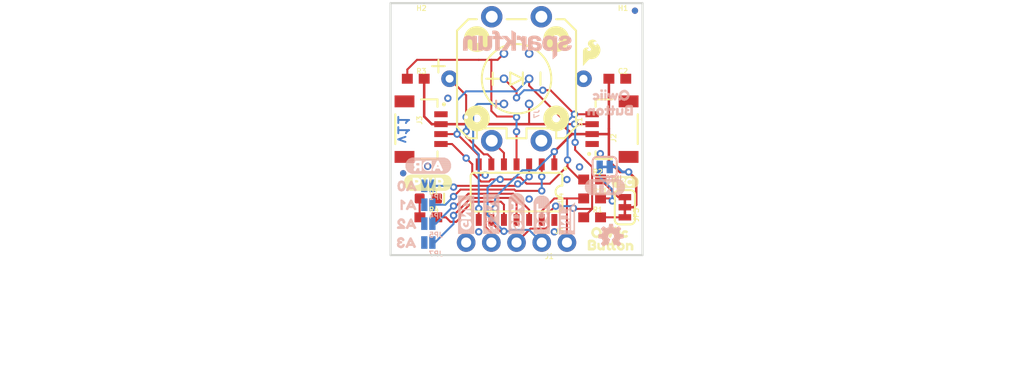
<source format=kicad_pcb>
(kicad_pcb (version 20211014) (generator pcbnew)
  (layers (0 "F.Cu" signal) (31 "B.Cu" signal) (34 "B.Paste" user) (35 "F.Paste" user) (36 "B.SilkS" user "B.Silkscreen") (37 "F.SilkS" user "F.Silkscreen") (38 "B.Mask" user) (39 "F.Mask" user) (44 "Edge.Cuts" user))
  (net 0 "")
  (net 1 "GND")
  (net 2 "SDA")
  (net 3 "SCL")
  (net 4 "3.3V")
  (net 5 "~{INT}")
  (net 6 "SCL_PU1")
  (net 7 "SDA_PU1")
  (net 8 "ADR0")
  (net 9 "~{RST}")
  (net 10 "N$3")
  (net 11 "MISO")
  (net 12 "STAT")
  (net 13 "INT_R")
  (net 14 "LED")
  (net 15 "SWITCH")
  (net 16 "ADR1")
  (net 17 "ADR2")
  (net 18 "ADR3")
  (footprint "boardEagle:STAND-OFF" (layer "F.Cu") (at 138.3411 94.8436)
    (fp_text reference "H2" (at 0 -2.032) (layer "F.SilkS") (effects (font (size 0.512064 0.512064) (thickness 0.097536)) (justify left)))
    (fp_text value "STAND-OFF")
    (pad "" np_thru_hole circle (at 0 0) (size 3.302 3.302) (drill 3.302) (layers *.Cu *.Mask))
  )
  (footprint "boardEagle:LED-0603" (layer "F.Cu") (at 139.6111 111.9886)
    (fp_text reference "D1" (at 0 -0.635) (layer "F.SilkS") (effects (font (size 0.512064 0.512064) (thickness 0.097536)) (justify left)))
    (fp_text value "RED")
    (pad "A" smd roundrect (at -0.877 0 270) (size 1 1) (layers "F.Cu" "F.Paste" "F.Mask") (roundrect_rratio 0.15) (net 10 "N$3"))
    (pad "C" smd roundrect (at 0.877 0 270) (size 1 1) (layers "F.Cu" "F.Paste" "F.Mask") (roundrect_rratio 0.15) (net 1 "GND"))
  )
  (footprint "boardEagle:STAND-OFF" (layer "F.Cu") (at 158.6611 94.8436)
    (fp_text reference "H1" (at 0 -2.032) (layer "F.SilkS") (effects (font (size 0.512064 0.512064) (thickness 0.097536)) (justify left)))
    (fp_text value "STAND-OFF")
    (pad "" np_thru_hole circle (at 0 0) (size 3.302 3.302) (drill 3.302) (layers *.Cu *.Mask))
  )
  (footprint "boardEagle:JST04_1MM_RA" (layer "F.Cu") (at 156.1211 105.0036 90)
    (fp_text reference "J2" (at -1.397 2.159 90) (layer "F.SilkS") (effects (font (size 0.512064 0.512064) (thickness 0.097536)) (justify left)))
    (fp_text value "QWIIC_RIGHT_ANGLE")
    (pad "1" smd rect (at -1.5 0 90) (size 0.6 1.35) (layers "F.Cu" "F.Paste" "F.Mask") (net 1 "GND"))
    (pad "2" smd rect (at -0.5 0 90) (size 0.6 1.35) (layers "F.Cu" "F.Paste" "F.Mask") (net 4 "3.3V"))
    (pad "3" smd rect (at 0.5 0 90) (size 0.6 1.35) (layers "F.Cu" "F.Paste" "F.Mask") (net 2 "SDA"))
    (pad "4" smd rect (at 1.5 0 90) (size 0.6 1.35) (layers "F.Cu" "F.Paste" "F.Mask") (net 3 "SCL"))
    (pad "NC1" smd rect (at 2.8 3.675 90) (size 1.2 2) (layers "F.Cu" "F.Paste" "F.Mask"))
    (pad "NC2" smd rect (at -2.8 3.675 90) (size 1.2 2) (layers "F.Cu" "F.Paste" "F.Mask"))
  )
  (footprint "boardEagle:0603" (layer "F.Cu") (at 139.6111 113.8936)
    (fp_text reference "R4" (at 0 -0.762) (layer "F.SilkS") (effects (font (size 0.512064 0.512064) (thickness 0.097536)) (justify left)))
    (fp_text value "1k")
    (pad "1" smd rect (at -0.85 0) (size 1.1 1) (layers "F.Cu" "F.Paste" "F.Mask") (net 10 "N$3"))
    (pad "2" smd rect (at 0.85 0) (size 1.1 1) (layers "F.Cu" "F.Paste" "F.Mask") (net 12 "STAT"))
  )
  (footprint "boardEagle:JST04_1MM_RA" (layer "F.Cu") (at 140.8811 105.0036 -90)
    (fp_text reference "J3" (at -1.397 2.159 90) (layer "F.SilkS") (effects (font (size 0.512064 0.512064) (thickness 0.097536)) (justify right)))
    (fp_text value "QWIIC_RIGHT_ANGLE")
    (pad "1" smd rect (at -1.5 0 270) (size 0.6 1.35) (layers "F.Cu" "F.Paste" "F.Mask") (net 1 "GND"))
    (pad "2" smd rect (at -0.5 0 270) (size 0.6 1.35) (layers "F.Cu" "F.Paste" "F.Mask") (net 4 "3.3V"))
    (pad "3" smd rect (at 0.5 0 270) (size 0.6 1.35) (layers "F.Cu" "F.Paste" "F.Mask") (net 2 "SDA"))
    (pad "4" smd rect (at 1.5 0 270) (size 0.6 1.35) (layers "F.Cu" "F.Paste" "F.Mask") (net 3 "SCL"))
    (pad "NC1" smd rect (at 2.8 3.675 270) (size 1.2 2) (layers "F.Cu" "F.Paste" "F.Mask"))
    (pad "NC2" smd rect (at -2.8 3.675 270) (size 1.2 2) (layers "F.Cu" "F.Paste" "F.Mask"))
  )
  (footprint "boardEagle:SO14" (layer "F.Cu") (at 148.5011 111.3536 180)
    (fp_text reference "U4" (at -4.445 0 90) (layer "F.SilkS") (effects (font (size 0.512064 0.512064) (thickness 0.097536)) (justify right)))
    (fp_text value "ATTINY84-ARDUINO")
    (pad "1" smd rect (at -3.81 2.8 180) (size 0.6 1.2) (layers "F.Cu" "F.Paste" "F.Mask") (net 4 "3.3V"))
    (pad "2" smd rect (at -2.54 2.8 180) (size 0.6 1.2) (layers "F.Cu" "F.Paste" "F.Mask") (net 16 "ADR1"))
    (pad "3" smd rect (at -1.27 2.8 180) (size 0.6 1.2) (layers "F.Cu" "F.Paste" "F.Mask") (net 8 "ADR0"))
    (pad "4" smd rect (at 0 2.8 180) (size 0.6 1.2) (layers "F.Cu" "F.Paste" "F.Mask") (net 9 "~{RST}"))
    (pad "5" smd rect (at 1.27 2.8 180) (size 0.6 1.2) (layers "F.Cu" "F.Paste" "F.Mask") (net 15 "SWITCH"))
    (pad "6" smd rect (at 2.54 2.8 180) (size 0.6 1.2) (layers "F.Cu" "F.Paste" "F.Mask") (net 14 "LED"))
    (pad "7" smd rect (at 3.81 2.8 180) (size 0.6 1.2) (layers "F.Cu" "F.Paste" "F.Mask") (net 2 "SDA"))
    (pad "8" smd rect (at 3.81 -2.8 180) (size 0.6 1.2) (layers "F.Cu" "F.Paste" "F.Mask") (net 11 "MISO"))
    (pad "9" smd rect (at 2.54 -2.8 180) (size 0.6 1.2) (layers "F.Cu" "F.Paste" "F.Mask") (net 3 "SCL"))
    (pad "10" smd rect (at 1.27 -2.8 180) (size 0.6 1.2) (layers "F.Cu" "F.Paste" "F.Mask") (net 12 "STAT"))
    (pad "11" smd rect (at 0 -2.8 180) (size 0.6 1.2) (layers "F.Cu" "F.Paste" "F.Mask") (net 18 "ADR3"))
    (pad "12" smd rect (at -1.27 -2.8 180) (size 0.6 1.2) (layers "F.Cu" "F.Paste" "F.Mask") (net 17 "ADR2"))
    (pad "13" smd rect (at -2.54 -2.8 180) (size 0.6 1.2) (layers "F.Cu" "F.Paste" "F.Mask") (net 5 "~{INT}"))
    (pad "14" smd rect (at -3.81 -2.8 180) (size 0.6 1.2) (layers "F.Cu" "F.Paste" "F.Mask") (net 1 "GND"))
  )
  (footprint "boardEagle:CREATIVE_COMMONS" (layer "F.Cu") (at 116.7511 126.5936)
    (fp_text reference "FRAME1" hide)
    (fp_text value "FRAME-LETTER" hide)
  )
  (footprint "boardEagle:0603" (layer "F.Cu") (at 156.1211 113.8936)
    (fp_text reference "R1" (at 0 -0.762) (layer "F.SilkS") (effects (font (size 0.512064 0.512064) (thickness 0.097536)) (justify left)))
    (fp_text value "2.2k")
    (pad "1" smd rect (at -0.85 0) (size 1.1 1) (layers "F.Cu" "F.Paste" "F.Mask") (net 2 "SDA"))
    (pad "2" smd rect (at 0.85 0) (size 1.1 1) (layers "F.Cu" "F.Paste" "F.Mask") (net 7 "SDA_PU1"))
  )
  (footprint "boardEagle:0603" (layer "F.Cu") (at 138.3411 99.9236)
    (fp_text reference "R3" (at 0 -0.762) (layer "F.SilkS") (effects (font (size 0.512064 0.512064) (thickness 0.097536)) (justify left)))
    (fp_text value "10k")
    (pad "1" smd rect (at -0.85 0) (size 1.1 1) (layers "F.Cu" "F.Paste" "F.Mask") (net 9 "~{RST}"))
    (pad "2" smd rect (at 0.85 0) (size 1.1 1) (layers "F.Cu" "F.Paste" "F.Mask") (net 4 "3.3V"))
  )
  (footprint "boardEagle:1X04_NO_SILK" (layer "F.Cu") (at 151.0411 116.4336 180)
    (fp_text reference "J1" (at -1.27 -1.397) (layer "F.SilkS") (effects (font (size 0.512064 0.512064) (thickness 0.097536)) (justify right)))
    (fp_text value "")
    (pad "1" thru_hole circle (at 0 0 270) (size 1.8796 1.8796) (drill 1.016) (layers *.Cu *.Mask) (net 3 "SCL"))
    (pad "2" thru_hole circle (at 2.54 0 270) (size 1.8796 1.8796) (drill 1.016) (layers *.Cu *.Mask) (net 2 "SDA"))
    (pad "3" thru_hole circle (at 5.08 0 270) (size 1.8796 1.8796) (drill 1.016) (layers *.Cu *.Mask) (net 4 "3.3V"))
    (pad "4" thru_hole circle (at 7.62 0 270) (size 1.8796 1.8796) (drill 1.016) (layers *.Cu *.Mask) (net 1 "GND"))
  )
  (footprint "boardEagle:SFE_LOGO_FLAME_.1" (layer "F.Cu") (at 156.0576 97.2566)
    (fp_text reference "LOGO4" hide)
    (fp_text value "SFE_LOGO_FLAME.1_INCH" hide)
  )
  (footprint "boardEagle:0603" (layer "F.Cu") (at 156.1211 110.0836)
    (fp_text reference "R2" (at 0 -0.762) (layer "F.SilkS") (effects (font (size 0.512064 0.512064) (thickness 0.097536)) (justify left)))
    (fp_text value "2.2k")
    (pad "1" smd rect (at -0.85 0) (size 1.1 1) (layers "F.Cu" "F.Paste" "F.Mask") (net 3 "SCL"))
    (pad "2" smd rect (at 0.85 0) (size 1.1 1) (layers "F.Cu" "F.Paste" "F.Mask") (net 6 "SCL_PU1"))
  )
  (footprint "boardEagle:QWIIC0" (layer "F.Cu") (at 155.1051 115.4176)
    (fp_text reference "U$23" hide)
    (fp_text value "" hide)
  )
  (footprint "boardEagle:BUTTON1" (layer "F.Cu") (at 154.7241 116.6876)
    (fp_text reference "U$1" hide)
    (fp_text value "" hide)
  )
  (footprint "boardEagle:PWR-()-04" (layer "F.Cu") (at 137.0711 110.4011)
    (fp_text reference "U$3" hide)
    (fp_text value "" hide)
  )
  (footprint "boardEagle:1X01_NO_SILK" (layer "F.Cu") (at 153.5811 116.4336)
    (fp_text reference "J5" (at -1.27 -1.143) (layer "F.SilkS") (effects (font (size 0.512064 0.512064) (thickness 0.097536)) (justify left)))
    (fp_text value "")
    (pad "1" thru_hole circle (at 0 0 90) (size 1.8796 1.8796) (drill 1.016) (layers *.Cu *.Mask) (net 5 "~{INT}"))
  )
  (footprint "boardEagle:MICRO-FIDUCIAL" (layer "F.Cu") (at 160.4391 93.0656)
    (fp_text reference "JP9" hide)
    (fp_text value "FIDUCIALUFIDUCIAL" hide)
    (pad "1" smd roundrect (at 0 0) (size 0.635 0.635) (layers "F.Cu" "F.Mask") (roundrect_rratio 0.5))
  )
  (footprint "boardEagle:MICRO-FIDUCIAL" (layer "F.Cu") (at 137.0711 109.4486)
    (fp_text reference "JP8" hide)
    (fp_text value "FIDUCIALUFIDUCIAL" hide)
    (pad "1" smd roundrect (at 0 0) (size 0.635 0.635) (layers "F.Cu" "F.Mask") (roundrect_rratio 0.5))
  )
  (footprint "boardEagle:I_SUPER2_C-()-03" (layer "F.Cu") (at 158.0261 110.3376)
    (fp_text reference "U$10" hide)
    (fp_text value "" hide)
  )
  (footprint "boardEagle:0603" (layer "F.Cu") (at 158.6611 99.9236)
    (fp_text reference "C2" (at 0 -0.762) (layer "F.SilkS") (effects (font (size 0.512064 0.512064) (thickness 0.097536)) (justify left)))
    (fp_text value "0.1uF")
    (pad "1" smd rect (at -0.85 0) (size 1.1 1) (layers "F.Cu" "F.Paste" "F.Mask") (net 4 "3.3V"))
    (pad "2" smd rect (at 0.85 0) (size 1.1 1) (layers "F.Cu" "F.Paste" "F.Mask") (net 1 "GND"))
  )
  (footprint "boardEagle:TACTILE_SWITCH_LED_PTH_12MM" (layer "F.Cu") (at 148.5011 99.9236 -90)
    (fp_text reference "S1" (at 3.81 -6.35 90) (layer "F.SilkS") (effects (font (size 0.512064 0.512064) (thickness 0.097536)) (justify right)))
    (fp_text value "Button")
    (pad "" np_thru_hole circle (at 0 -4.5 270) (size 1.6 1.6) (drill 1.6) (layers *.Cu *.Mask))
    (pad "" np_thru_hole circle (at 0 4.5 270) (size 1.6 1.6) (drill 1.6) (layers *.Cu *.Mask))
    (pad "1" thru_hole circle (at -6.25 -2.5 270) (size 2.159 2.159) (drill 1.2) (layers *.Cu *.Mask))
    (pad "2" thru_hole circle (at 6.25 -2.5 270) (size 2.159 2.159) (drill 1.2) (layers *.Cu *.Mask) (net 1 "GND"))
    (pad "3" thru_hole circle (at -6.25 2.5 270) (size 2.159 2.159) (drill 1.2) (layers *.Cu *.Mask))
    (pad "4" thru_hole circle (at 6.25 2.5 270) (size 2.159 2.159) (drill 1.2) (layers *.Cu *.Mask) (net 15 "SWITCH"))
    (pad "A" thru_hole circle (at 0 6.75 270) (size 1.6764 1.6764) (drill 0.8) (layers *.Cu *.Mask) (net 14 "LED"))
    (pad "C" thru_hole circle (at 0 -6.75 270) (size 1.6764 1.6764) (drill 0.8) (layers *.Cu *.Mask) (net 1 "GND"))
  )
  (footprint "boardEagle:0603" (layer "F.Cu") (at 156.1211 111.9886)
    (fp_text reference "R11" (at 0 -0.762) (layer "F.SilkS") (effects (font (size 0.512064 0.512064) (thickness 0.097536)) (justify left)))
    (fp_text value "10k")
    (pad "1" smd rect (at -0.85 0) (size 1.1 1) (layers "F.Cu" "F.Paste" "F.Mask") (net 5 "~{INT}"))
    (pad "2" smd rect (at 0.85 0) (size 1.1 1) (layers "F.Cu" "F.Paste" "F.Mask") (net 13 "INT_R"))
  )
  (footprint "boardEagle:REVISION" (layer "F.Cu") (at 128.1811 129.1336)
    (fp_text reference "LOGO2" hide)
    (fp_text value "REVISION" hide)
  )
  (footprint "boardEagle:SMT-JUMPER_3_2-NC_TRACE_SILK" (layer "F.Cu") (at 159.4231 112.8776 -90)
    (fp_text reference "JP3" (at 0 -1.143 90) (layer "F.SilkS") (effects (font (size 0.512064 0.512064) (thickness 0.097536)) (justify right)))
    (fp_text value "JUMPER-SMT_3_2-NC_TRACE_SILK")
    (fp_line (start 0 0) (end -1.016 0) (layer "F.Cu") (width 0.254))
    (fp_line (start 0 0) (end 1.016 0) (layer "F.Cu") (width 0.254))
    (pad "1" smd rect (at -1.016 0 270) (size 0.635 1.27) (layers "F.Cu" "F.Mask") (net 6 "SCL_PU1"))
    (pad "2" smd rect (at 0 0 270) (size 0.635 1.27) (layers "F.Cu" "F.Mask") (net 4 "3.3V"))
    (pad "3" smd rect (at 1.016 0 270) (size 0.635 1.27) (layers "F.Cu" "F.Mask") (net 7 "SDA_PU1"))
  )
  (footprint "boardEagle:A33" (layer "B.Cu") (at 139.2936 116.4336 180)
    (fp_text reference "U$21" hide)
    (fp_text value "" hide)
  )
  (footprint "boardEagle:SMT-JUMPER_2_NO_NO-SILK" (layer "B.Cu") (at 139.6111 114.5286)
    (fp_text reference "JP5" (at 0 1.143) (layer "B.SilkS") (effects (font (size 0.512064 0.512064) (thickness 0.097536)) (justify right mirror)))
    (fp_text value "JUMPER-SMT_2_NO_NO-SILK")
    (pad "1" smd rect (at -0.4064 0) (size 0.635 1.27) (layers "B.Cu" "B.Mask") (net 1 "GND"))
    (pad "2" smd rect (at 0.4064 0) (size 0.635 1.27) (layers "B.Cu" "B.Mask") (net 17 "ADR2"))
  )
  (footprint "boardEagle:A00" (layer "B.Cu") (at 139.3571 110.7186 180)
    (fp_text reference "U$16" hide)
    (fp_text value "" hide)
  )
  (footprint "boardEagle:SMT-JUMPER_2_NO_NO-SILK" (layer "B.Cu") (at 139.6111 116.4336)
    (fp_text reference "JP7" (at 0 1.143) (layer "B.SilkS") (effects (font (size 0.512064 0.512064) (thickness 0.097536)) (justify right mirror)))
    (fp_text value "JUMPER-SMT_2_NO_NO-SILK")
    (pad "1" smd rect (at -0.4064 0) (size 0.635 1.27) (layers "B.Cu" "B.Mask") (net 1 "GND"))
    (pad "2" smd rect (at 0.4064 0) (size 0.635 1.27) (layers "B.Cu" "B.Mask") (net 18 "ADR3"))
  )
  (footprint "boardEagle:GND" (layer "B.Cu") (at 143.4211 116.0526 90)
    (fp_text reference "U$8" hide)
    (fp_text value "" hide)
  )
  (footprint "boardEagle:(ADR)" (layer "B.Cu") (at 142.0241 108.6866 180)
    (fp_text reference "U$9" hide)
    (fp_text value "" hide)
  )
  (footprint "boardEagle:2X3_TEST_POINTS" (layer "B.Cu") (at 148.5011 99.9236 90)
    (fp_text reference "J7" (at -3.048 2.032 90) (layer "B.SilkS") (effects (font (size 0.512064 0.512064) (thickness 0.097536)) (justify left mirror)))
    (fp_text value "ISP")
    (pad "1" thru_hole circle (at -2.54 -1.27 90) (size 0.8636 0.8636) (drill 0.508) (layers *.Cu) (net 11 "MISO"))
    (pad "2" thru_hole circle (at -2.54 1.27 90) (size 0.8636 0.8636) (drill 0.508) (layers *.Cu) (net 4 "3.3V"))
    (pad "3" thru_hole circle (at 0 -1.27 90) (size 0.8636 0.8636) (drill 0.508) (layers *.Cu) (net 3 "SCL"))
    (pad "4" thru_hole circle (at 0 1.27 90) (size 0.8636 0.8636) (drill 0.508) (layers *.Cu) (net 2 "SDA"))
    (pad "5" thru_hole circle (at 2.54 -1.27 90) (size 0.8636 0.8636) (drill 0.508) (layers *.Cu) (net 9 "~{RST}"))
    (pad "6" thru_hole circle (at 2.54 1.27 90) (size 0.8636 0.8636) (drill 0.508) (layers *.Cu) (net 1 "GND"))
  )
  (footprint "boardEagle:SDA" (layer "B.Cu") (at 148.5011 116.0526 90)
    (fp_text reference "U$6" hide)
    (fp_text value "" hide)
  )
  (footprint "boardEagle:SMT-JUMPER_2_NO_NO-SILK" (layer "B.Cu") (at 139.6111 110.7186)
    (fp_text reference "JP1" (at 0 1.143) (layer "B.SilkS") (effects (font (size 0.512064 0.512064) (thickness 0.097536)) (justify right mirror)))
    (fp_text value "JUMPER-SMT_2_NO_NO-SILK")
    (pad "1" smd rect (at -0.4064 0) (size 0.635 1.27) (layers "B.Cu" "B.Mask") (net 1 "GND"))
    (pad "2" smd rect (at 0.4064 0) (size 0.635 1.27) (layers "B.Cu" "B.Mask") (net 8 "ADR0"))
  )
  (footprint "boardEagle:SMT-JUMPER_2_NC_TRACE_SILK" (layer "B.Cu") (at 157.3911 108.8136)
    (fp_text reference "INT0" (at 0 1.143) (layer "B.SilkS") (effects (font (size 0.512064 0.512064) (thickness 0.097536)) (justify right mirror)))
    (fp_text value "JUMPER-SMT_2_NC_TRACE_SILK")
    (fp_line (start -0.508 0) (end 0.508 0) (layer "B.Cu") (width 0.254))
    (pad "1" smd rect (at -0.508 0) (size 0.635 1.27) (layers "B.Cu" "B.Mask") (net 13 "INT_R"))
    (pad "2" smd rect (at 0.508 0) (size 0.635 1.27) (layers "B.Cu" "B.Mask") (net 4 "3.3V"))
  )
  (footprint "boardEagle:MICRO-FIDUCIAL" (layer "B.Cu") (at 160.4391 93.0656 180)
    (fp_text reference "JP2" hide)
    (fp_text value "FIDUCIALUFIDUCIAL" hide)
    (pad "1" smd roundrect (at 0 0 180) (size 0.635 0.635) (layers "B.Cu" "B.Mask") (roundrect_rratio 0.5))
  )
  (footprint "boardEagle:BUTTON1" (layer "B.Cu") (at 161.2011 103.0986 180)
    (fp_text reference "U$2" hide)
    (fp_text value "" hide)
  )
  (footprint "boardEagle:A22" (layer "B.Cu") (at 139.4841 114.5286 180)
    (fp_text reference "U$19" hide)
    (fp_text value "" hide)
  )
  (footprint "boardEagle:MICRO-FIDUCIAL" (layer "B.Cu") (at 137.0711 109.4486 180)
    (fp_text reference "JP6" hide)
    (fp_text value "FIDUCIALUFIDUCIAL" hide)
    (pad "1" smd roundrect (at 0 0 180) (size 0.635 0.635) (layers "B.Cu" "B.Mask") (roundrect_rratio 0.5))
  )
  (footprint "boardEagle:SMT-JUMPER_2_NO_NO-SILK" (layer "B.Cu") (at 139.6111 112.6236)
    (fp_text reference "JP4" (at 0 1.143) (layer "B.SilkS") (effects (font (size 0.512064 0.512064) (thickness 0.097536)) (justify right mirror)))
    (fp_text value "JUMPER-SMT_2_NO_NO-SILK")
    (pad "1" smd rect (at -0.4064 0) (size 0.635 1.27) (layers "B.Cu" "B.Mask") (net 1 "GND"))
    (pad "2" smd rect (at 0.4064 0) (size 0.635 1.27) (layers "B.Cu" "B.Mask") (net 16 "ADR1"))
  )
  (footprint "boardEagle:QWIIC0" (layer "B.Cu") (at 160.8201 101.5746 180)
    (fp_text reference "U$20" hide)
    (fp_text value "" hide)
  )
  (footprint "boardEagle:SCL" (layer "B.Cu") (at 151.0411 116.0526 90)
    (fp_text reference "U$5" hide)
    (fp_text value "" hide)
  )
  (footprint "boardEagle:OSHW-LOGO-MINI" (layer "B.Cu") (at 158.0261 115.7986 180)
    (fp_text reference "LOGO1" hide)
    (fp_text value "OSHW-LOGOMINI" hide)
  )
  (footprint "boardEagle:INT#-[_-04" (layer "B.Cu") (at 153.5811 116.3066 90)
    (fp_text reference "U$15" hide)
    (fp_text value "" hide)
  )
  (footprint "boardEagle:INT-()-04" (layer "B.Cu") (at 159.5501 110.8456 180)
    (fp_text reference "U$4" hide)
    (fp_text value "" hide)
  )
  (footprint "boardEagle:3.3V" (layer "B.Cu") (at 145.9611 116.0526 90)
    (fp_text reference "U$7" hide)
    (fp_text value "" hide)
  )
  (footprint "boardEagle:A11" (layer "B.Cu") (at 139.4841 112.6236 180)
    (fp_text reference "U$17" hide)
    (fp_text value "" hide)
  )
  (footprint "boardEagle:SFE_LOGO_NAME_.1" (layer "B.Cu") (at 148.5646 96.4946 180)
    (fp_text reference "LOGO3" hide)
    (fp_text value "SFE_LOGO_NAME.1_INCH" hide)
  )
  (gr_line (start 135.8011 92.3036) (end 135.8011 117.7036) (layer "Edge.Cuts") (width 0.2032))
  (gr_line (start 161.2011 92.3036) (end 135.8011 92.3036) (layer "Edge.Cuts") (width 0.2032))
  (gr_line (start 135.8011 117.7036) (end 161.2011 117.7036) (layer "Edge.Cuts") (width 0.2032))
  (gr_line (start 161.2011 117.7036) (end 161.2011 92.3036) (layer "Edge.Cuts") (width 0.2032))
  (gr_text "v11" (at 137.0711 105.0036 -90) (layer "B.Cu") (effects (font (size 1.0795 1.0795) (thickness 0.1905)) (justify mirror)))
  (via (at 156.9466 107.4801) (size 0.7366) (drill 0.381) (layers "F.Cu" "B.Cu") (net 1))
  (via (at 154.8511 108.8136) (size 0.7366) (drill 0.381) (layers "F.Cu" "B.Cu") (net 1))
  (via (at 153.5811 110.0836) (size 0.7366) (drill 0.381) (layers "F.Cu" "B.Cu") (net 1))
  (via (at 152.3111 115.3541) (size 0.7366) (drill 0.381) (layers "F.Cu" "B.Cu") (net 1))
  (via (at 149.7711 112.0521) (size 0.7366) (drill 0.381) (layers "F.Cu" "B.Cu") (net 1))
  (via (at 144.6911 115.3541) (size 0.7366) (drill 0.381) (layers "F.Cu" "B.Cu") (net 1))
  (via (at 141.5796 101.8921) (size 0.7366) (drill 0.381) (layers "F.Cu" "B.Cu") (net 1))
  (via (at 139.5476 108.7501) (size 0.7366) (drill 0.381) (layers "F.Cu" "B.Cu") (net 1))
  (segment (start 142.5241 105.5036) (end 144.6911 107.6706) (width 0.2032) (layer "F.Cu") (net 2))
  (segment (start 154.3511 104.5036) (end 156.1211 104.5036) (width 0.2032) (layer "F.Cu") (net 2))
  (segment (start 154.2297 112.9712) (end 154.3021 113.0436) (width 0.2032) (layer "F.Cu") (net 2))
  (segment (start 140.8811 105.5036) (end 142.5067 105.5036) (width 0.2032) (layer "F.Cu") (net 2))
  (segment (start 151.7317 113.437869) (end 151.793534 113.376035) (width 0.2032) (layer "F.Cu") (net 2))
  (segment (start 148.5011 116.4336) (end 149.9017 115.033) (width 0.2032) (layer "F.Cu") (net 2))
  (segment (start 151.456831 115.033) (end 151.7317 114.758132) (width 0.2032) (layer "F.Cu") (net 2))
  (segment (start 149.9017 115.033) (end 151.456831 115.033) (width 0.2032) (layer "F.Cu") (net 2))
  (segment (start 151.7317 114.758132) (end 151.7317 113.437869) (width 0.2032) (layer "F.Cu") (net 2))
  (segment (start 145.3388 109.6391) (end 144.8181 109.6391) (width 0.2032) (layer "F.Cu") (net 2))
  (segment (start 154.3021 113.0436) (end 156.1211 113.0436) (width 0.2032) (layer "F.Cu") (net 2))
  (segment (start 156.1211 113.0436) (end 156.1211 108.8136) (width 0.2032) (layer "F.Cu") (net 2))
  (segment (start 144.6911 107.6706) (end 144.6911 108.5536) (width 0.2032) (layer "F.Cu") (net 2))
  (segment (start 149.7711 100.618863) (end 149.7711 99.9236) (width 0.2032) (layer "F.Cu") (net 2))
  (segment (start 144.8181 109.6391) (end 144.6911 109.5121) (width 0.2032) (layer "F.Cu") (net 2))
  (segment (start 144.6911 109.5121) (end 144.6911 108.5536) (width 0.2032) (layer "F.Cu") (net 2))
  (segment (start 152.405475 112.764094) (end 152.451593 112.764094) (width 0.2032) (layer "F.Cu") (net 2))
  (segment (start 156.1211 108.8136) (end 154.4066 107.0991) (width 0.2032) (layer "F.Cu") (net 2))
  (segment (start 155.2711 113.8936) (end 156.1211 113.0436) (width 0.2032) (layer "F.Cu") (net 2))
  (segment (start 154.4066 107.0991) (end 154.4066 106.3371) (width 0.2032) (layer "F.Cu") (net 2))
  (segment (start 142.5067 105.5036) (end 142.5241 105.5036) (width 0.2032) (layer "F.Cu") (net 2))
  (segment (start 151.793534 113.376035) (end 152.405475 112.764094) (width 0.2032) (layer "F.Cu") (net 2))
  (segment (start 154.3511 104.5036) (end 153.655837 104.5036) (width 0.2032) (layer "F.Cu") (net 2))
  (segment (start 153.655837 104.5036) (end 149.7711 100.618863) (width 0.2032) (layer "F.Cu") (net 2))
  (via (at 152.451593 112.764094) (size 0.7366) (drill 0.381) (layers "F.Cu" "B.Cu") (net 2))
  (via (at 154.2297 112.9712) (size 0.7366) (drill 0.381) (layers "F.Cu" "B.Cu") (net 2))
  (via (at 142.5067 105.5036) (size 0.7366) (drill 0.381) (layers "F.Cu" "B.Cu") (net 2))
  (via (at 154.3511 104.5036) (size 0.7366) (drill 0.381) (layers "F.Cu" "B.Cu") (net 2))
  (via (at 145.3388 109.6391) (size 0.7366) (drill 0.381) (layers "F.Cu" "B.Cu") (net 2))
  (via (at 154.4066 106.3371) (size 0.7366) (drill 0.381) (layers "F.Cu" "B.Cu") (net 2))
  (segment (start 142.5067 102.108) (end 142.5067 105.5036) (width 0.2032) (layer "B.Cu") (net 2))
  (segment (start 154.4066 104.5591) (end 154.3511 104.5036) (width 0.2032) (layer "B.Cu") (net 2))
  (segment (start 148.5011 101.1936) (end 149.7711 99.9236) (width 0.2032) (layer "B.Cu") (net 2))
  (segment (start 143.4211 101.1936) (end 148.5011 101.1936) (width 0.2032) (layer "B.Cu") (net 2))
  (segment (start 154.022593 112.764094) (end 154.2297 112.9712) (width 0.2032) (layer "B.Cu") (net 2))
  (segment (start 152.451593 112.764094) (end 154.022593 112.764094) (width 0.2032) (layer "B.Cu") (net 2))
  (segment (start 154.4066 106.3371) (end 154.4066 104.5591) (width 0.2032) (layer "B.Cu") (net 2))
  (segment (start 142.5067 102.108) (end 143.4211 101.1936) (width 0.2032) (layer "B.Cu") (net 2))
  (segment (start 154.3431 103.5036) (end 156.1211 103.5036) (width 0.2032) (layer "F.Cu") (net 3))
  (segment (start 148.5011 101.1936) (end 147.2311 99.9236) (width 0.2032) (layer "F.Cu") (net 3))
  (segment (start 144.926981 110.2868) (end 145.734087 110.2868) (width 0.2032) (layer "F.Cu") (net 3))
  (segment (start 148.296312 109.8804) (end 148.896387 109.8804) (width 0.2032) (layer "F.Cu") (net 3))
  (segment (start 153.6446 108.8381) (end 154.8901 110.0836) (width 0.2032) (layer "F.Cu") (net 3))
  (segment (start 148.105812 110.0709) (end 148.296312 109.8804) (width 0.2032) (layer "F.Cu") (net 3))
  (segment (start 153.5811 108.7746) (end 153.6446 108.8381) (width 0.2032) (layer "F.Cu") (net 3))
  (segment (start 146.8592 115.2997) (end 145.9611 114.4016) (width 0.2032) (layer "F.Cu") (net 3))
  (segment (start 151.853956 110.501744) (end 153.5811 108.7746) (width 0.2032) (layer "F.Cu") (net 3))
  (segment (start 146.8501 110.0709) (end 148.105812 110.0709) (width 0.2032) (layer "F.Cu") (net 3))
  (segment (start 147.2311 115.2997) (end 146.8592 115.2997) (width 0.2032) (layer "F.Cu") (net 3))
  (segment (start 140.8811 106.5036) (end 142.0001 106.5036) (width 0.2032) (layer "F.Cu") (net 3))
  (segment (start 153.6446 108.1151) (end 153.6446 108.8381) (width 0.2032) (layer "F.Cu") (net 3))
  (segment (start 154.8901 110.0836) (end 155.2711 110.0836) (width 0.2032) (layer "F.Cu") (net 3))
  (segment (start 142.0001 106.5036) (end 143.4211 107.9246) (width 0.2032) (layer "F.Cu") (net 3))
  (segment (start 151.922737 101.083238) (end 151.151462 101.083238) (width 0.2032) (layer "F.Cu") (net 3))
  (segment (start 144.70744 110.06726) (end 144.926981 110.2868) (width 0.2032) (layer "F.Cu") (net 3))
  (segment (start 144.0355 108.539) (end 144.0355 109.395319) (width 0.2032) (layer "F.Cu") (net 3))
  (segment (start 144.70744 110.06726) (end 144.0355 109.395319) (width 0.2032) (layer "F.Cu") (net 3))
  (segment (start 154.3431 103.5036) (end 151.922737 101.083238) (width 0.2032) (layer "F.Cu") (net 3))
  (segment (start 145.734087 110.2868) (end 145.949987 110.0709) (width 0.2032) (layer "F.Cu") (net 3))
  (segment (start 143.4211 107.9246) (end 144.0355 108.539) (width 0.2032) (layer "F.Cu") (net 3))
  (segment (start 149.517731 110.501744) (end 151.853956 110.501744) (width 0.2032) (layer "F.Cu") (net 3))
  (segment (start 144.926981 110.2868) (end 144.70744 110.06726) (width 0.2032) (layer "F.Cu") (net 3))
  (segment (start 145.9611 114.4016) (end 145.9611 114.1536) (width 0.254) (layer "F.Cu") (net 3))
  (segment (start 148.5011 101.8413) (end 148.5011 101.1936) (width 0.2032) (layer "F.Cu") (net 3))
  (segment (start 148.896387 109.8804) (end 149.517731 110.501744) (width 0.2032) (layer "F.Cu") (net 3))
  (segment (start 145.949987 110.0709) (end 146.8501 110.0709) (width 0.2032) (layer "F.Cu") (net 3))
  (via (at 154.3431 103.5036) (size 0.7366) (drill 0.381) (layers "F.Cu" "B.Cu") (net 3))
  (via (at 147.2311 115.2997) (size 0.7366) (drill 0.381) (layers "F.Cu" "B.Cu") (net 3))
  (via (at 146.8501 110.0709) (size 0.7366) (drill 0.381) (layers "F.Cu" "B.Cu") (net 3))
  (via (at 143.4211 107.9246) (size 0.7366) (drill 0.381) (layers "F.Cu" "B.Cu") (net 3))
  (via (at 151.151462 101.083238) (size 0.7366) (drill 0.381) (layers "F.Cu" "B.Cu") (net 3))
  (via (at 153.6446 108.1151) (size 0.7366) (drill 0.381) (layers "F.Cu" "B.Cu") (net 3))
  (via (at 148.5011 101.8413) (size 0.7366) (drill 0.381) (layers "F.Cu" "B.Cu") (net 3))
  (segment (start 149.259162 101.083238) (end 148.5011 101.8413) (width 0.2032) (layer "B.Cu") (net 3))
  (segment (start 146.4183 110.0709) (end 146.8501 110.0709) (width 0.2032) (layer "B.Cu") (net 3))
  (segment (start 145.5801 110.9091) (end 146.4183 110.0709) (width 0.2032) (layer "B.Cu") (net 3))
  (segment (start 147.720287 115.2997) (end 147.2311 115.2997) (width 0.2032) (layer "B.Cu") (net 3))
  (segment (start 153.6446 108.1151) (end 153.6446 104.2021) (width 0.2032) (layer "B.Cu") (net 3))
  (segment (start 145.5801 113.6487) (end 145.5801 110.9091) (width 0.2032) (layer "B.Cu") (net 3))
  (segment (start 147.2311 115.2997) (end 145.5801 113.6487) (width 0.2032) (layer "B.Cu") (net 3))
  (segment (start 151.151462 101.083238) (end 149.259162 101.083238) (width 0.2032) (layer "B.Cu") (net 3))
  (segment (start 147.856387 115.1636) (end 147.720287 115.2997) (width 0.2032) (layer "B.Cu") (net 3))
  (segment (start 151.0411 116.4336) (end 149.7711 115.1636) (width 0.2032) (layer "B.Cu") (net 3))
  (segment (start 153.6446 104.2021) (end 154.3431 103.5036) (width 0.2032) (layer "B.Cu") (net 3))
  (segment (start 149.7711 115.1636) (end 147.856387 115.1636) (width 0.2032) (layer "B.Cu") (net 3))
  (segment (start 157.8111 108.2176) (end 157.8111 105.5116) (width 0.254) (layer "F.Cu") (net 4))
  (segment (start 139.9611 104.5036) (end 140.8811 104.5036) (width 0.254) (layer "F.Cu") (net 4))
  (segment (start 139.1911 99.9236) (end 139.1911 103.7336) (width 0.254) (layer "F.Cu") (net 4))
  (segment (start 145.3817 113.437869) (end 145.545368 113.2742) (width 0.2032) (layer "F.Cu") (net 4))
  (segment (start 160.5661 110.0836) (end 159.8041 109.3216) (width 0.254) (layer "F.Cu") (net 4))
  (segment (start 139.1911 103.7336) (end 139.9611 104.5036) (width 0.254) (layer "F.Cu") (net 4))
  (segment (start 152.3111 107.2736) (end 152.3111 108.5536) (width 0.254) (layer "F.Cu") (net 4))
  (segment (start 160.5661 112.6236) (end 160.5661 110.0836) (width 0.254) (layer "F.Cu") (net 4))
  (segment (start 145.545368 113.2742) (end 146.0344 113.2742) (width 0.2032) (layer "F.Cu") (net 4))
  (segment (start 149.7711 102.4636) (end 149.7711 104.5036) (width 0.2032) (layer "F.Cu") (net 4))
  (segment (start 157.8111 99.9236) (end 157.8111 104.9646) (width 0.254) (layer "F.Cu") (net 4))
  (segment (start 140.8811 104.5036) (end 149.7711 104.5036) (width 0.254) (layer "F.Cu") (net 4))
  (segment (start 145.3817 114.869332) (end 145.3817 113.437869) (width 0.2032) (layer "F.Cu") (net 4))
  (segment (start 156.1211 105.5036) (end 157.8031 105.5036) (width 0.254) (layer "F.Cu") (net 4))
  (segment (start 145.9611 116.4336) (end 145.9611 115.448732) (width 0.2032) (layer "F.Cu") (net 4))
  (segment (start 158.9151 109.3216) (end 157.8111 108.2176) (width 0.254) (layer "F.Cu") (net 4))
  (segment (start 157.8111 105.5116) (end 157.8111 104.9646) (width 0.254) (layer "F.Cu") (net 4))
  (segment (start 154.0811 105.5036) (end 156.1211 105.5036) (width 0.254) (layer "F.Cu") (net 4))
  (segment (start 159.4231 112.8776) (end 160.3121 112.8776) (width 0.254) (layer "F.Cu") (net 4))
  (segment (start 149.7711 104.5036) (end 153.0811 104.5036) (width 0.254) (layer "F.Cu") (net 4))
  (segment (start 154.0811 105.5036) (end 152.3111 107.2736) (width 0.254) (layer "F.Cu") (net 4))
  (segment (start 157.8031 105.5036) (end 157.8111 105.5116) (width 0.254) (layer "F.Cu") (net 4))
  (segment (start 153.0811 104.5036) (end 154.0811 105.5036) (width 0.254) (layer "F.Cu") (net 4))
  (segment (start 145.9611 115.448732) (end 145.3817 114.869332) (width 0.2032) (layer "F.Cu") (net 4))
  (segment (start 159.8041 109.3216) (end 158.9151 109.3216) (width 0.254) (layer "F.Cu") (net 4))
  (segment (start 160.3121 112.8776) (end 160.5661 112.6236) (width 0.254) (layer "F.Cu") (net 4))
  (segment (start 146.0344 113.2742) (end 146.3421 112.9665) (width 0.2032) (layer "F.Cu") (net 4))
  (via (at 159.8041 109.3216) (size 0.7366) (drill 0.381) (layers "F.Cu" "B.Cu") (net 4))
  (via (at 146.3421 112.9665) (size 0.7366) (drill 0.381) (layers "F.Cu" "B.Cu") (net 4))
  (via (at 152.3111 107.2736) (size 0.7366) (drill 0.381) (layers "F.Cu" "B.Cu") (net 4))
  (segment (start 158.6611 108.8136) (end 159.1691 109.3216) (width 0.254) (layer "B.Cu") (net 4))
  (segment (start 159.8041 109.3216) (end 159.1691 109.3216) (width 0.254) (layer "B.Cu") (net 4))
  (segment (start 157.8991 108.8136) (end 158.6611 108.8136) (width 0.254) (layer "B.Cu") (net 4))
  (segment (start 146.3421 112.9665) (end 146.3421 111.898113) (width 0.2032) (layer "B.Cu") (net 4))
  (segment (start 150.439056 109.145644) (end 152.3111 107.2736) (width 0.2032) (layer "B.Cu") (net 4))
  (segment (start 149.094568 109.145644) (end 150.439056 109.145644) (width 0.2032) (layer "B.Cu") (net 4))
  (segment (start 146.3421 111.898113) (end 149.094568 109.145644) (width 0.2032) (layer "B.Cu") (net 4))
  (segment (start 153.5811 116.4336) (end 153.5811 111.9886) (width 0.2032) (layer "F.Cu") (net 5))
  (segment (start 153.5811 111.9886) (end 152.3111 111.9886) (width 0.2032) (layer "F.Cu") (net 5))
  (segment (start 152.3111 111.9886) (end 151.0411 113.2586) (width 0.2032) (layer "F.Cu") (net 5))
  (segment (start 154.8511 111.9886) (end 153.5811 111.9886) (width 0.2032) (layer "F.Cu") (net 5))
  (segment (start 154.8511 111.9886) (end 155.2711 111.9886) (width 0.2032) (layer "F.Cu") (net 5))
  (segment (start 151.0411 113.2586) (end 151.0411 114.1536) (width 0.2032) (layer "F.Cu") (net 5))
  (segment (start 159.4231 111.8616) (end 158.7491 111.8616) (width 0.2032) (layer "F.Cu") (net 6))
  (segment (start 158.7491 111.8616) (end 156.9711 110.0836) (width 0.2032) (layer "F.Cu") (net 6))
  (segment (start 159.4231 113.8936) (end 159.9311 113.8936) (width 0.2032) (layer "F.Cu") (net 7))
  (segment (start 159.9311 113.8936) (end 159.0167 113.8936) (width 0.2032) (layer "F.Cu") (net 7))
  (segment (start 159.0167 113.8936) (end 159.4231 113.8936) (width 0.2032) (layer "F.Cu") (net 7))
  (segment (start 156.9711 113.8936) (end 159.0167 113.8936) (width 0.2032) (layer "F.Cu") (net 7))
  (segment (start 148.6281 110.5281) (end 148.4376 110.7186) (width 0.2032) (layer "F.Cu") (net 8))
  (segment (start 148.4376 110.7186) (end 142.2781 110.7186) (width 0.2032) (layer "F.Cu") (net 8))
  (segment (start 149.7711 108.5536) (end 149.7711 109.793344) (width 0.2032) (layer "F.Cu") (net 8))
  (segment (start 142.2781 110.7186) (end 142.1511 110.8456) (width 0.2032) (layer "F.Cu") (net 8))
  (via (at 148.6281 110.5281) (size 0.7366) (drill 0.381) (layers "F.Cu" "B.Cu") (net 8))
  (via (at 142.1511 110.8456) (size 0.7366) (drill 0.381) (layers "F.Cu" "B.Cu") (net 8))
  (via (at 149.7711 109.793344) (size 0.7366) (drill 0.381) (layers "F.Cu" "B.Cu") (net 8))
  (segment (start 142.0241 110.7186) (end 140.0175 110.7186) (width 0.2032) (layer "B.Cu") (net 8))
  (segment (start 142.1511 110.8456) (end 142.0241 110.7186) (width 0.2032) (layer "B.Cu") (net 8))
  (segment (start 149.7711 109.793344) (end 149.036343 110.5281) (width 0.2032) (layer "B.Cu") (net 8))
  (segment (start 149.036343 110.5281) (end 148.6281 110.5281) (width 0.2032) (layer "B.Cu") (net 8))
  (segment (start 148.5011 103.7971) (end 148.4376 103.7336) (width 0.2032) (layer "F.Cu") (net 9))
  (segment (start 145.9611 103.1621) (end 145.9611 98.0186) (width 0.2032) (layer "F.Cu") (net 9))
  (segment (start 146.5326 103.7336) (end 145.9611 103.1621) (width 0.2032) (layer "F.Cu") (net 9))
  (segment (start 137.4911 99.9236) (end 137.4911 98.9956) (width 0.2032) (layer "F.Cu") (net 9))
  (segment (start 148.5011 108.5536) (end 148.5011 105.2576) (width 0.2032) (layer "F.Cu") (net 9))
  (segment (start 145.9611 98.0186) (end 146.5961 98.0186) (width 0.2032) (layer "F.Cu") (net 9))
  (segment (start 138.4681 98.0186) (end 144.6911 98.0186) (width 0.2032) (layer "F.Cu") (net 9))
  (segment (start 137.4911 98.9956) (end 138.4681 98.0186) (width 0.2032) (layer "F.Cu") (net 9))
  (segment (start 148.4376 103.7336) (end 146.5326 103.7336) (width 0.2032) (layer "F.Cu") (net 9))
  (segment (start 144.6911 98.0186) (end 145.9611 98.0186) (width 0.2032) (layer "F.Cu") (net 9))
  (segment (start 146.5961 98.0186) (end 147.2311 97.3836) (width 0.2032) (layer "F.Cu") (net 9))
  (via (at 148.5011 103.7971) (size 0.7366) (drill 0.381) (layers "F.Cu" "B.Cu") (net 9))
  (via (at 148.5011 105.2576) (size 0.7366) (drill 0.381) (layers "F.Cu" "B.Cu") (net 9))
  (segment (start 148.5011 105.2576) (end 148.5011 103.7971) (width 0.2032) (layer "B.Cu") (net 9))
  (segment (start 138.7341 111.9886) (end 138.7341 113.8666) (width 0.2032) (layer "F.Cu") (net 10))
  (segment (start 138.7341 113.8666) (end 138.7611 113.8936) (width 0.2032) (layer "F.Cu") (net 10))
  (segment (start 144.6911 114.1536) (end 144.6911 113.0046) (width 0.2032) (layer "F.Cu") (net 11))
  (via (at 144.6911 113.0046) (size 0.7366) (drill 0.381) (layers "F.Cu" "B.Cu") (net 11))
  (segment (start 144.6911 113.0046) (end 144.6911 107.5436) (width 0.2032) (layer "B.Cu") (net 11))
  (segment (start 144.1295 106.982) (end 144.1295 102.8982) (width 0.2032) (layer "B.Cu") (net 11))
  (segment (start 144.5641 102.4636) (end 147.2311 102.4636) (width 0.2032) (layer "B.Cu") (net 11))
  (segment (start 144.1295 102.8982) (end 144.5641 102.4636) (width 0.2032) (layer "B.Cu") (net 11))
  (segment (start 144.6911 107.5436) (end 144.1295 106.982) (width 0.2032) (layer "B.Cu") (net 11))
  (segment (start 142.7988 113.971388) (end 142.7988 113.589119) (width 0.2032) (layer "F.Cu") (net 12))
  (segment (start 140.4611 113.8936) (end 141.3891 113.8936) (width 0.2032) (layer "F.Cu") (net 12))
  (segment (start 147.2311 112.6236) (end 147.2311 114.1536) (width 0.2032) (layer "F.Cu") (net 12))
  (segment (start 142.7988 113.589119) (end 144.069118 112.3188) (width 0.2032) (layer "F.Cu") (net 12))
  (segment (start 141.3891 113.8936) (end 141.8463 114.3508) (width 0.2032) (layer "F.Cu") (net 12))
  (segment (start 146.9263 112.3188) (end 147.2311 112.6236) (width 0.2032) (layer "F.Cu") (net 12))
  (segment (start 141.8463 114.3508) (end 142.419387 114.3508) (width 0.2032) (layer "F.Cu") (net 12))
  (segment (start 144.069118 112.3188) (end 146.9263 112.3188) (width 0.2032) (layer "F.Cu") (net 12))
  (segment (start 142.419387 114.3508) (end 142.7988 113.971388) (width 0.2032) (layer "F.Cu") (net 12))
  (segment (start 157.8991 111.9886) (end 156.9711 111.9886) (width 0.2032) (layer "F.Cu") (net 13))
  (segment (start 157.8991 111.9886) (end 158.1531 112.2426) (width 0.2032) (layer "F.Cu") (net 13))
  (via (at 158.1531 112.2426) (size 0.7366) (drill 0.381) (layers "F.Cu" "B.Cu") (net 13))
  (segment (start 158.1531 111.0996) (end 158.1531 112.2426) (width 0.2032) (layer "B.Cu") (net 13))
  (segment (start 156.8831 109.8296) (end 158.1531 111.0996) (width 0.2032) (layer "B.Cu") (net 13))
  (segment (start 156.8831 108.8136) (end 156.8831 109.8296) (width 0.2032) (layer "B.Cu") (net 13))
  (segment (start 143.4211 103.7971) (end 143.4211 101.5936) (width 0.2032) (layer "F.Cu") (net 14))
  (segment (start 145.1991 107.5436) (end 143.4211 105.7656) (width 0.2032) (layer "F.Cu") (net 14))
  (segment (start 145.5801 107.5436) (end 145.1991 107.5436) (width 0.2032) (layer "F.Cu") (net 14))
  (segment (start 143.4211 101.5936) (end 141.7511 99.9236) (width 0.2032) (layer "F.Cu") (net 14))
  (segment (start 145.9611 108.5536) (end 145.9611 107.9246) (width 0.2032) (layer "F.Cu") (net 14))
  (segment (start 143.4211 105.7656) (end 143.4211 105.2374) (width 0.2032) (layer "F.Cu") (net 14))
  (segment (start 145.9611 107.9246) (end 145.5801 107.5436) (width 0.2032) (layer "F.Cu") (net 14))
  (via (at 143.4211 103.7971) (size 0.7366) (drill 0.381) (layers "F.Cu" "B.Cu") (net 14))
  (via (at 143.4211 105.2374) (size 0.7366) (drill 0.381) (layers "F.Cu" "B.Cu") (net 14))
  (segment (start 143.4211 105.2374) (end 143.4211 103.7971) (width 0.254) (layer "B.Cu") (net 14))
  (segment (start 147.2311 108.5536) (end 147.2311 107.4036) (width 0.2032) (layer "F.Cu") (net 15))
  (segment (start 147.2311 107.4036) (end 146.0011 106.1736) (width 0.2032) (layer "F.Cu") (net 15))
  (segment (start 151.0411 108.5536) (end 151.0411 109.793344) (width 0.2032) (layer "F.Cu") (net 16))
  (segment (start 148.410612 111.2266) (end 151.0411 111.2266) (width 0.2032) (layer "F.Cu") (net 16))
  (segment (start 142.1511 111.7981) (end 142.8496 111.0996) (width 0.2032) (layer "F.Cu") (net 16))
  (segment (start 142.8496 111.0996) (end 148.283612 111.0996) (width 0.2032) (layer "F.Cu") (net 16))
  (segment (start 148.283612 111.0996) (end 148.410612 111.2266) (width 0.2032) (layer "F.Cu") (net 16))
  (via (at 151.0411 111.2266) (size 0.7366) (drill 0.381) (layers "F.Cu" "B.Cu") (net 16))
  (via (at 151.0411 109.793344) (size 0.7366) (drill 0.381) (layers "F.Cu" "B.Cu") (net 16))
  (via (at 142.1511 111.7981) (size 0.7366) (drill 0.381) (layers "F.Cu" "B.Cu") (net 16))
  (segment (start 151.0411 109.793344) (end 151.0411 111.2266) (width 0.2032) (layer "B.Cu") (net 16))
  (segment (start 141.3256 112.6236) (end 140.0175 112.6236) (width 0.2032) (layer "B.Cu") (net 16))
  (segment (start 142.1511 111.7981) (end 141.3256 112.6236) (width 0.2032) (layer "B.Cu") (net 16))
  (segment (start 149.7711 114.1536) (end 149.7711 113.1316) (width 0.2032) (layer "F.Cu") (net 17))
  (segment (start 142.4051 112.7506) (end 142.1511 112.7506) (width 0.2032) (layer "F.Cu") (net 17))
  (segment (start 149.7711 113.1316) (end 148.1582 111.5187) (width 0.2032) (layer "F.Cu") (net 17))
  (segment (start 143.637 111.5187) (end 142.4051 112.7506) (width 0.2032) (layer "F.Cu") (net 17))
  (segment (start 148.1582 111.5187) (end 143.637 111.5187) (width 0.2032) (layer "F.Cu") (net 17))
  (via (at 142.1511 112.7506) (size 0.7366) (drill 0.381) (layers "F.Cu" "B.Cu") (net 17))
  (segment (start 140.3731 114.5286) (end 140.0175 114.5286) (width 0.2032) (layer "B.Cu") (net 17))
  (segment (start 142.1511 112.7506) (end 140.3731 114.5286) (width 0.2032) (layer "B.Cu") (net 17))
  (segment (start 147.9931 111.9378) (end 148.5011 112.4458) (width 0.2032) (layer "F.Cu") (net 18))
  (segment (start 142.1511 113.7031) (end 142.1511 113.698) (width 0.2032) (layer "F.Cu") (net 18))
  (segment (start 143.9113 111.9378) (end 147.9931 111.9378) (width 0.2032) (layer "F.Cu") (net 18))
  (segment (start 148.5011 112.4458) (end 148.5011 114.1536) (width 0.2032) (layer "F.Cu") (net 18))
  (segment (start 142.1511 113.698) (end 143.9113 111.9378) (width 0.2032) (layer "F.Cu") (net 18))
  (via (at 142.1511 113.7031) (size 0.7366) (drill 0.381) (layers "F.Cu" "B.Cu") (net 18))
  (segment (start 142.1511 113.7031) (end 142.1511 114.554) (width 0.2032) (layer "B.Cu") (net 18))
  (segment (start 140.2715 116.4336) (end 142.1511 114.554) (width 0.2032) (layer "B.Cu") (net 18))
  (segment (start 140.0175 116.4336) (end 140.2715 116.4336) (width 0.2032) (layer "B.Cu") (net 18))
)
</source>
